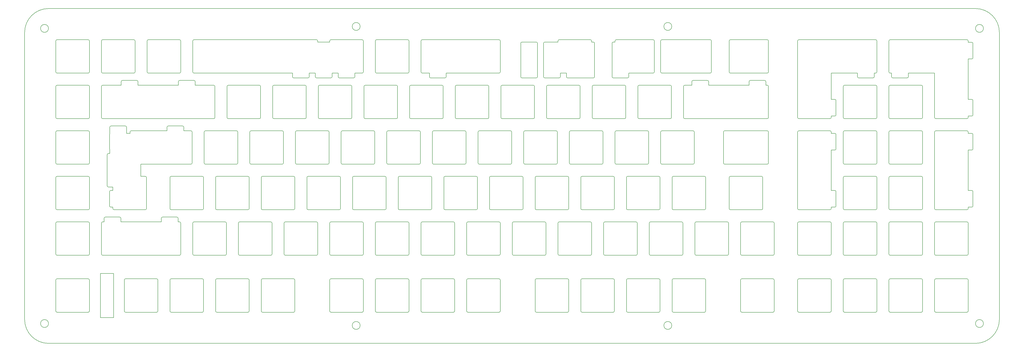
<source format=gbr>
G04 #@! TF.GenerationSoftware,KiCad,Pcbnew,(5.1.4)-1*
G04 #@! TF.CreationDate,2020-02-20T20:20:43+08:00*
G04 #@! TF.ProjectId,FR4_Plate,4652345f-506c-4617-9465-2e6b69636164,rev?*
G04 #@! TF.SameCoordinates,Original*
G04 #@! TF.FileFunction,Profile,NP*
%FSLAX46Y46*%
G04 Gerber Fmt 4.6, Leading zero omitted, Abs format (unit mm)*
G04 Created by KiCad (PCBNEW (5.1.4)-1) date 2020-02-20 20:20:43*
%MOMM*%
%LPD*%
G04 APERTURE LIST*
%ADD10C,0.200000*%
G04 APERTURE END LIST*
D10*
X7000000Y60825499D02*
X7000000Y43949500D01*
X7000000Y36949500D02*
X7000000Y36362500D01*
X7000000Y43949500D02*
X8500000Y43949500D01*
X9000000Y43449500D02*
X8999999Y37449499D01*
X-6500000Y35862500D02*
G75*
G02X-7000000Y36362500I0J500000D01*
G01*
X7000000Y36362500D02*
G75*
G02X6500001Y35862500I-499999J-1D01*
G01*
X6500001Y35862500D02*
X-6500000Y35862500D01*
X-7000000Y36362500D02*
X-7000000Y68412500D01*
X8500000Y60825500D02*
X7000000Y60825499D01*
X8500001Y67825499D02*
G75*
G02X9000000Y67325500I0J-499999D01*
G01*
X-7000000Y68412500D02*
G75*
G02X-6500000Y68912500I500000J0D01*
G01*
X-6500000Y68912500D02*
X6500001Y68912499D01*
X8999999Y37449499D02*
G75*
G02X8500000Y36949500I-499999J0D01*
G01*
X9000000Y61325500D02*
G75*
G02X8500000Y60825500I-500000J0D01*
G01*
X6500001Y68912499D02*
G75*
G02X7000000Y68412500I0J-499999D01*
G01*
X7000000Y68412500D02*
X7000000Y67825500D01*
X7000000Y67825500D02*
X8500001Y67825499D01*
X8500000Y43949500D02*
G75*
G02X9000000Y43449500I0J-500000D01*
G01*
X9000000Y67325500D02*
X9000000Y61325500D01*
X8500000Y36949500D02*
X7000000Y36949500D01*
X-7000000Y74462500D02*
X-6999999Y93012499D01*
X-6499999Y73962499D02*
G75*
G02X-7000000Y74462500I0J500001D01*
G01*
X6500000Y73962500D02*
X-6499999Y73962499D01*
X7000000Y75049500D02*
X7000000Y74462502D01*
X7000000Y74462502D02*
G75*
G02X6500000Y73962500I-500001J-1D01*
G01*
X-26050000Y93512500D02*
X-26050000Y106512499D01*
X-25549999Y93012499D02*
G75*
G02X-26050000Y93512500I0J500001D01*
G01*
X-24962999Y93012499D02*
X-25549999Y93012499D01*
X7000000Y106512499D02*
X7000000Y105925500D01*
X-25549999Y107012500D02*
X6499999Y107012500D01*
X-26050000Y106512499D02*
G75*
G02X-25549999Y107012500I500001J0D01*
G01*
X6499999Y107012500D02*
G75*
G02X7000000Y106512499I0J-500001D01*
G01*
X-64150000Y74462500D02*
X-64150000Y106512499D01*
X-63649999Y73962499D02*
G75*
G02X-64150000Y74462500I0J500001D01*
G01*
X-50650000Y73962500D02*
X-63649999Y73962499D01*
X-31100000Y106512499D02*
X-31100000Y93512500D01*
X-63649999Y107012500D02*
X-31600001Y107012500D01*
X-50150000Y74462502D02*
G75*
G02X-50650000Y73962500I-500001J-1D01*
G01*
X-64150000Y106512499D02*
G75*
G02X-63649999Y107012500I500001J0D01*
G01*
X-31600001Y107012500D02*
G75*
G02X-31100000Y106512499I0J-500001D01*
G01*
X-111775000Y74462500D02*
X-111775000Y87462499D01*
X-111274999Y73962499D02*
G75*
G02X-111775000Y74462500I0J500001D01*
G01*
X-76843750Y73962500D02*
X-111274999Y73962499D01*
X-76343750Y87462499D02*
X-76343750Y74462502D01*
X-111274999Y87962500D02*
X-108306750Y87962500D01*
X-76343750Y74462502D02*
G75*
G02X-76843750Y73962500I-500001J-1D01*
G01*
X-111775000Y87462499D02*
G75*
G02X-111274999Y87962500I500001J0D01*
G01*
X-76843751Y87962500D02*
G75*
G02X-76343750Y87462499I0J-500001D01*
G01*
X-140350000Y106012500D02*
X-140350000Y106512499D01*
X-124468750Y93012500D02*
X-134612500Y93012499D01*
X-123968750Y106512499D02*
X-123968750Y93512502D01*
X-139849999Y107012500D02*
X-124468751Y107012500D01*
X-123968750Y93512502D02*
G75*
G02X-124468750Y93012500I-500001J-1D01*
G01*
X-140350000Y106512499D02*
G75*
G02X-139849999Y107012500I500001J0D01*
G01*
X-124468751Y107012500D02*
G75*
G02X-123968750Y106512499I0J-500001D01*
G01*
X-150162500Y106512499D02*
X-150162500Y106012500D01*
X-170187499Y105512499D02*
G75*
G02X-169687500Y106012500I500000J1D01*
G01*
X-169687500Y91012500D02*
G75*
G02X-170187500Y91512499I0J500000D01*
G01*
X-170187500Y91512499D02*
X-170187499Y105512499D01*
X-164162500Y106012500D02*
X-164162500Y106512499D01*
X-163662499Y107012500D02*
X-150662501Y107012500D01*
X-164162500Y106512499D02*
G75*
G02X-163662499Y107012500I500001J0D01*
G01*
X-150662501Y107012500D02*
G75*
G02X-150162500Y106512499I0J-500001D01*
G01*
X-221312500Y93512500D02*
X-221312500Y106512499D01*
X-220812499Y93012499D02*
G75*
G02X-221312500Y93512500I0J500001D01*
G01*
X-188762500Y93012500D02*
X-210812500Y93012499D01*
X-188262500Y106512499D02*
X-188262500Y93512502D01*
X-220812499Y107012500D02*
X-188762501Y107012500D01*
X-188262500Y93512502D02*
G75*
G02X-188762500Y93012500I-500001J-1D01*
G01*
X-221312500Y106512499D02*
G75*
G02X-220812499Y107012500I500001J0D01*
G01*
X-188762501Y107012500D02*
G75*
G02X-188262500Y106512499I0J-500001D01*
G01*
X-354662500Y74462500D02*
X-354662500Y87462499D01*
X-354162499Y73962499D02*
G75*
G02X-354662500Y74462500I0J500001D01*
G01*
X-307825000Y73962500D02*
X-354162499Y73962499D01*
X-307325000Y87462499D02*
X-307325000Y74462502D01*
X-354162499Y87962500D02*
X-346431749Y87962500D01*
X-307325000Y74462502D02*
G75*
G02X-307825000Y73962500I-500001J-1D01*
G01*
X-354662500Y87462499D02*
G75*
G02X-354162499Y87962500I500001J0D01*
G01*
X-307825001Y87962500D02*
G75*
G02X-307325000Y87462499I0J-500001D01*
G01*
X-130825000Y74462500D02*
X-130825000Y87462499D01*
X-130324999Y73962499D02*
G75*
G02X-130825000Y74462500I0J500001D01*
G01*
X-117325000Y73962500D02*
X-130324999Y73962499D01*
X-116825000Y87462499D02*
X-116825000Y74462502D01*
X-130324999Y87962500D02*
X-117325001Y87962500D01*
X-116825000Y74462502D02*
G75*
G02X-117325000Y73962500I-500001J-1D01*
G01*
X-130825000Y87462499D02*
G75*
G02X-130324999Y87962500I500001J0D01*
G01*
X-117325001Y87962500D02*
G75*
G02X-116825000Y87462499I0J-500001D01*
G01*
X-149875000Y74462500D02*
X-149875000Y87462499D01*
X-149374999Y73962499D02*
G75*
G02X-149875000Y74462500I0J500001D01*
G01*
X-136375000Y73962500D02*
X-149374999Y73962499D01*
X-135875000Y87462499D02*
X-135875000Y74462502D01*
X-149374999Y87962500D02*
X-136375001Y87962500D01*
X-135875000Y74462502D02*
G75*
G02X-136375000Y73962500I-500001J-1D01*
G01*
X-149875000Y87462499D02*
G75*
G02X-149374999Y87962500I500001J0D01*
G01*
X-136375001Y87962500D02*
G75*
G02X-135875000Y87462499I0J-500001D01*
G01*
X-168925000Y74462500D02*
X-168925000Y87462499D01*
X-168424999Y73962499D02*
G75*
G02X-168925000Y74462500I0J500001D01*
G01*
X-155425000Y73962500D02*
X-168424999Y73962499D01*
X-154925000Y87462499D02*
X-154925000Y74462502D01*
X-168424999Y87962500D02*
X-155425001Y87962500D01*
X-154925000Y74462502D02*
G75*
G02X-155425000Y73962500I-500001J-1D01*
G01*
X-168925000Y87462499D02*
G75*
G02X-168424999Y87962500I500001J0D01*
G01*
X-155425001Y87962500D02*
G75*
G02X-154925000Y87462499I0J-500001D01*
G01*
X-187975000Y74462500D02*
X-187975000Y87462499D01*
X-187474999Y73962499D02*
G75*
G02X-187975000Y74462500I0J500001D01*
G01*
X-174475000Y73962500D02*
X-187474999Y73962499D01*
X-173975000Y87462499D02*
X-173975000Y74462502D01*
X-187474999Y87962500D02*
X-174475001Y87962500D01*
X-173975000Y74462502D02*
G75*
G02X-174475000Y73962500I-500001J-1D01*
G01*
X-187975000Y87462499D02*
G75*
G02X-187474999Y87962500I500001J0D01*
G01*
X-174475001Y87962500D02*
G75*
G02X-173975000Y87462499I0J-500001D01*
G01*
X-207025000Y74462500D02*
X-207025000Y87462499D01*
X-206524999Y73962499D02*
G75*
G02X-207025000Y74462500I0J500001D01*
G01*
X-193525000Y73962500D02*
X-206524999Y73962499D01*
X-193025000Y87462499D02*
X-193025000Y74462502D01*
X-206524999Y87962500D02*
X-193525001Y87962500D01*
X-193025000Y74462502D02*
G75*
G02X-193525000Y73962500I-500001J-1D01*
G01*
X-207025000Y87462499D02*
G75*
G02X-206524999Y87962500I500001J0D01*
G01*
X-193525001Y87962500D02*
G75*
G02X-193025000Y87462499I0J-500001D01*
G01*
X-226075000Y74462500D02*
X-226075000Y87462499D01*
X-225574999Y73962499D02*
G75*
G02X-226075000Y74462500I0J500001D01*
G01*
X-212575000Y73962500D02*
X-225574999Y73962499D01*
X-212075000Y87462499D02*
X-212075000Y74462502D01*
X-225574999Y87962500D02*
X-212575001Y87962500D01*
X-212075000Y74462502D02*
G75*
G02X-212575000Y73962500I-500001J-1D01*
G01*
X-226075000Y87462499D02*
G75*
G02X-225574999Y87962500I500001J0D01*
G01*
X-212575001Y87962500D02*
G75*
G02X-212075000Y87462499I0J-500001D01*
G01*
X-245125000Y74462500D02*
X-245125000Y87462499D01*
X-244624999Y73962499D02*
G75*
G02X-245125000Y74462500I0J500001D01*
G01*
X-231625000Y73962500D02*
X-244624999Y73962499D01*
X-231125000Y87462499D02*
X-231125000Y74462502D01*
X-244624999Y87962500D02*
X-231625001Y87962500D01*
X-231125000Y74462502D02*
G75*
G02X-231625000Y73962500I-500001J-1D01*
G01*
X-245125000Y87462499D02*
G75*
G02X-244624999Y87962500I500001J0D01*
G01*
X-231625001Y87962500D02*
G75*
G02X-231125000Y87462499I0J-500001D01*
G01*
X-264175000Y74462500D02*
X-264175000Y87462499D01*
X-263674999Y73962499D02*
G75*
G02X-264175000Y74462500I0J500001D01*
G01*
X-250675000Y73962500D02*
X-263674999Y73962499D01*
X-250175000Y87462499D02*
X-250175000Y74462502D01*
X-263674999Y87962500D02*
X-250675001Y87962500D01*
X-250175000Y74462502D02*
G75*
G02X-250675000Y73962500I-500001J-1D01*
G01*
X-264175000Y87462499D02*
G75*
G02X-263674999Y87962500I500001J0D01*
G01*
X-250675001Y87962500D02*
G75*
G02X-250175000Y87462499I0J-500001D01*
G01*
X-283225000Y74462500D02*
X-283225000Y87462499D01*
X-282724999Y73962499D02*
G75*
G02X-283225000Y74462500I0J500001D01*
G01*
X-269725000Y73962500D02*
X-282724999Y73962499D01*
X-269225000Y87462499D02*
X-269225000Y74462502D01*
X-282724999Y87962500D02*
X-269725001Y87962500D01*
X-269225000Y74462502D02*
G75*
G02X-269725000Y73962500I-500001J-1D01*
G01*
X-283225000Y87462499D02*
G75*
G02X-282724999Y87962500I500001J0D01*
G01*
X-269725001Y87962500D02*
G75*
G02X-269225000Y87462499I0J-500001D01*
G01*
X-302275000Y74462500D02*
X-302275000Y87462499D01*
X-301774999Y73962499D02*
G75*
G02X-302275000Y74462500I0J500001D01*
G01*
X-288775000Y73962500D02*
X-301774999Y73962499D01*
X-288275000Y87462499D02*
X-288275000Y74462502D01*
X-301774999Y87962500D02*
X-288775001Y87962500D01*
X-288275000Y74462502D02*
G75*
G02X-288775000Y73962500I-500001J-1D01*
G01*
X-302275000Y87462499D02*
G75*
G02X-301774999Y87962500I500001J0D01*
G01*
X-288775001Y87962500D02*
G75*
G02X-288275000Y87462499I0J-500001D01*
G01*
X-311800000Y55412500D02*
X-311800000Y68412499D01*
X-311299999Y54912499D02*
G75*
G02X-311800000Y55412500I0J500001D01*
G01*
X-298300000Y54912500D02*
X-311299999Y54912499D01*
X-297800000Y68412499D02*
X-297800000Y55412502D01*
X-311299999Y68912500D02*
X-298300001Y68912500D01*
X-297800000Y55412502D02*
G75*
G02X-298300000Y54912500I-500001J-1D01*
G01*
X-311800000Y68412499D02*
G75*
G02X-311299999Y68912500I500001J0D01*
G01*
X-298300001Y68912500D02*
G75*
G02X-297800000Y68412499I0J-500001D01*
G01*
X-292750000Y55412500D02*
X-292750000Y68412499D01*
X-292249999Y54912499D02*
G75*
G02X-292750000Y55412500I0J500001D01*
G01*
X-279250000Y54912500D02*
X-292249999Y54912499D01*
X-278750000Y68412499D02*
X-278750000Y55412502D01*
X-292249999Y68912500D02*
X-279250001Y68912500D01*
X-278750000Y55412502D02*
G75*
G02X-279250000Y54912500I-500001J-1D01*
G01*
X-292750000Y68412499D02*
G75*
G02X-292249999Y68912500I500001J0D01*
G01*
X-279250001Y68912500D02*
G75*
G02X-278750000Y68412499I0J-500001D01*
G01*
X-273700000Y55412500D02*
X-273700000Y68412499D01*
X-273199999Y54912499D02*
G75*
G02X-273700000Y55412500I0J500001D01*
G01*
X-260200000Y54912500D02*
X-273199999Y54912499D01*
X-259700000Y68412499D02*
X-259700000Y55412502D01*
X-273199999Y68912500D02*
X-260200001Y68912500D01*
X-259700000Y55412502D02*
G75*
G02X-260200000Y54912500I-500001J-1D01*
G01*
X-273700000Y68412499D02*
G75*
G02X-273199999Y68912500I500001J0D01*
G01*
X-260200001Y68912500D02*
G75*
G02X-259700000Y68412499I0J-500001D01*
G01*
X-254650000Y55412500D02*
X-254650000Y68412499D01*
X-254149999Y54912499D02*
G75*
G02X-254650000Y55412500I0J500001D01*
G01*
X-241150000Y54912500D02*
X-254149999Y54912499D01*
X-240650000Y68412499D02*
X-240650000Y55412502D01*
X-254149999Y68912500D02*
X-241150001Y68912500D01*
X-240650000Y55412502D02*
G75*
G02X-241150000Y54912500I-500001J-1D01*
G01*
X-254650000Y68412499D02*
G75*
G02X-254149999Y68912500I500001J0D01*
G01*
X-241150001Y68912500D02*
G75*
G02X-240650000Y68412499I0J-500001D01*
G01*
X-235600000Y55412500D02*
X-235600000Y68412499D01*
X-235099999Y54912499D02*
G75*
G02X-235600000Y55412500I0J500001D01*
G01*
X-222100000Y54912500D02*
X-235099999Y54912499D01*
X-221600000Y68412499D02*
X-221600000Y55412502D01*
X-235099999Y68912500D02*
X-222100001Y68912500D01*
X-221600000Y55412502D02*
G75*
G02X-222100000Y54912500I-500001J-1D01*
G01*
X-235600000Y68412499D02*
G75*
G02X-235099999Y68912500I500001J0D01*
G01*
X-222100001Y68912500D02*
G75*
G02X-221600000Y68412499I0J-500001D01*
G01*
X-216550000Y55412500D02*
X-216550000Y68412499D01*
X-216049999Y54912499D02*
G75*
G02X-216550000Y55412500I0J500001D01*
G01*
X-203050000Y54912500D02*
X-216049999Y54912499D01*
X-202550000Y68412499D02*
X-202550000Y55412502D01*
X-216049999Y68912500D02*
X-203050001Y68912500D01*
X-202550000Y55412502D02*
G75*
G02X-203050000Y54912500I-500001J-1D01*
G01*
X-216550000Y68412499D02*
G75*
G02X-216049999Y68912500I500001J0D01*
G01*
X-203050001Y68912500D02*
G75*
G02X-202550000Y68412499I0J-500001D01*
G01*
X-197500000Y55412500D02*
X-197500000Y68412499D01*
X-196999999Y54912499D02*
G75*
G02X-197500000Y55412500I0J500001D01*
G01*
X-184000000Y54912500D02*
X-196999999Y54912499D01*
X-183500000Y68412499D02*
X-183500000Y55412502D01*
X-196999999Y68912500D02*
X-184000001Y68912500D01*
X-183500000Y55412502D02*
G75*
G02X-184000000Y54912500I-500001J-1D01*
G01*
X-197500000Y68412499D02*
G75*
G02X-196999999Y68912500I500001J0D01*
G01*
X-184000001Y68912500D02*
G75*
G02X-183500000Y68412499I0J-500001D01*
G01*
X-178450000Y55412500D02*
X-178450000Y68412499D01*
X-177949999Y54912499D02*
G75*
G02X-178450000Y55412500I0J500001D01*
G01*
X-164950000Y54912500D02*
X-177949999Y54912499D01*
X-164450000Y68412499D02*
X-164450000Y55412502D01*
X-177949999Y68912500D02*
X-164950001Y68912500D01*
X-164450000Y55412502D02*
G75*
G02X-164950000Y54912500I-500001J-1D01*
G01*
X-178450000Y68412499D02*
G75*
G02X-177949999Y68912500I500001J0D01*
G01*
X-164950001Y68912500D02*
G75*
G02X-164450000Y68412499I0J-500001D01*
G01*
X-159400000Y55412500D02*
X-159400000Y68412499D01*
X-158899999Y54912499D02*
G75*
G02X-159400000Y55412500I0J500001D01*
G01*
X-145900000Y54912500D02*
X-158899999Y54912499D01*
X-145400000Y68412499D02*
X-145400000Y55412502D01*
X-158899999Y68912500D02*
X-145900001Y68912500D01*
X-145400000Y55412502D02*
G75*
G02X-145900000Y54912500I-500001J-1D01*
G01*
X-159400000Y68412499D02*
G75*
G02X-158899999Y68912500I500001J0D01*
G01*
X-145900001Y68912500D02*
G75*
G02X-145400000Y68412499I0J-500001D01*
G01*
X-140350000Y55412500D02*
X-140350000Y68412499D01*
X-139849999Y54912499D02*
G75*
G02X-140350000Y55412500I0J500001D01*
G01*
X-126850000Y54912500D02*
X-139849999Y54912499D01*
X-126350000Y68412499D02*
X-126350000Y55412502D01*
X-139849999Y68912500D02*
X-126850001Y68912500D01*
X-126350000Y55412502D02*
G75*
G02X-126850000Y54912500I-500001J-1D01*
G01*
X-140350000Y68412499D02*
G75*
G02X-139849999Y68912500I500001J0D01*
G01*
X-126850001Y68912500D02*
G75*
G02X-126350000Y68412499I0J-500001D01*
G01*
X-121300000Y55412500D02*
X-121300000Y68412499D01*
X-120799999Y54912499D02*
G75*
G02X-121300000Y55412500I0J500001D01*
G01*
X-107800000Y54912500D02*
X-120799999Y54912499D01*
X-107300000Y68412499D02*
X-107300000Y55412502D01*
X-120799999Y68912500D02*
X-107800001Y68912500D01*
X-107300000Y55412502D02*
G75*
G02X-107800000Y54912500I-500001J-1D01*
G01*
X-121300000Y68412499D02*
G75*
G02X-120799999Y68912500I500001J0D01*
G01*
X-107800001Y68912500D02*
G75*
G02X-107300000Y68412499I0J-500001D01*
G01*
X-95106250Y55412500D02*
X-95106250Y68412499D01*
X-94606249Y54912499D02*
G75*
G02X-95106250Y55412500I0J500001D01*
G01*
X-76843750Y54912500D02*
X-94606249Y54912499D01*
X-76343750Y68412499D02*
X-76343750Y55412502D01*
X-94606249Y68912500D02*
X-76843751Y68912500D01*
X-76343750Y55412502D02*
G75*
G02X-76843750Y54912500I-500001J-1D01*
G01*
X-95106250Y68412499D02*
G75*
G02X-94606249Y68912500I500001J0D01*
G01*
X-76843751Y68912500D02*
G75*
G02X-76343750Y68412499I0J-500001D01*
G01*
X-92725000Y36362500D02*
X-92725000Y49362499D01*
X-92224999Y35862499D02*
G75*
G02X-92725000Y36362500I0J500001D01*
G01*
X-79225000Y35862500D02*
X-92224999Y35862499D01*
X-78725000Y49362499D02*
X-78725000Y36362502D01*
X-92224999Y49862500D02*
X-79225001Y49862500D01*
X-78725000Y36362502D02*
G75*
G02X-79225000Y35862500I-500001J-1D01*
G01*
X-92725000Y49362499D02*
G75*
G02X-92224999Y49862500I500001J0D01*
G01*
X-79225001Y49862500D02*
G75*
G02X-78725000Y49362499I0J-500001D01*
G01*
X-116537500Y36362500D02*
X-116537500Y49362499D01*
X-116037499Y35862499D02*
G75*
G02X-116537500Y36362500I0J500001D01*
G01*
X-103037500Y35862500D02*
X-116037499Y35862499D01*
X-102537500Y49362499D02*
X-102537500Y36362502D01*
X-116037499Y49862500D02*
X-103037501Y49862500D01*
X-102537500Y36362502D02*
G75*
G02X-103037500Y35862500I-500001J-1D01*
G01*
X-116537500Y49362499D02*
G75*
G02X-116037499Y49862500I500001J0D01*
G01*
X-103037501Y49862500D02*
G75*
G02X-102537500Y49362499I0J-500001D01*
G01*
X-135587500Y36362500D02*
X-135587500Y49362499D01*
X-135087499Y35862499D02*
G75*
G02X-135587500Y36362500I0J500001D01*
G01*
X-122087500Y35862500D02*
X-135087499Y35862499D01*
X-121587500Y49362499D02*
X-121587500Y36362502D01*
X-135087499Y49862500D02*
X-122087501Y49862500D01*
X-121587500Y36362502D02*
G75*
G02X-122087500Y35862500I-500001J-1D01*
G01*
X-135587500Y49362499D02*
G75*
G02X-135087499Y49862500I500001J0D01*
G01*
X-122087501Y49862500D02*
G75*
G02X-121587500Y49362499I0J-500001D01*
G01*
X-154637500Y36362500D02*
X-154637500Y49362499D01*
X-154137499Y35862499D02*
G75*
G02X-154637500Y36362500I0J500001D01*
G01*
X-141137500Y35862500D02*
X-154137499Y35862499D01*
X-140637500Y49362499D02*
X-140637500Y36362502D01*
X-154137499Y49862500D02*
X-141137501Y49862500D01*
X-140637500Y36362502D02*
G75*
G02X-141137500Y35862500I-500001J-1D01*
G01*
X-154637500Y49362499D02*
G75*
G02X-154137499Y49862500I500001J0D01*
G01*
X-141137501Y49862500D02*
G75*
G02X-140637500Y49362499I0J-500001D01*
G01*
X-173687500Y36362500D02*
X-173687500Y49362499D01*
X-173187499Y35862499D02*
G75*
G02X-173687500Y36362500I0J500001D01*
G01*
X-160187500Y35862500D02*
X-173187499Y35862499D01*
X-159687500Y49362499D02*
X-159687500Y36362502D01*
X-173187499Y49862500D02*
X-160187501Y49862500D01*
X-159687500Y36362502D02*
G75*
G02X-160187500Y35862500I-500001J-1D01*
G01*
X-173687500Y49362499D02*
G75*
G02X-173187499Y49862500I500001J0D01*
G01*
X-160187501Y49862500D02*
G75*
G02X-159687500Y49362499I0J-500001D01*
G01*
X-192737500Y36362500D02*
X-192737500Y49362499D01*
X-192237499Y35862499D02*
G75*
G02X-192737500Y36362500I0J500001D01*
G01*
X-179237500Y35862500D02*
X-192237499Y35862499D01*
X-178737500Y49362499D02*
X-178737500Y36362502D01*
X-192237499Y49862500D02*
X-179237501Y49862500D01*
X-178737500Y36362502D02*
G75*
G02X-179237500Y35862500I-500001J-1D01*
G01*
X-192737500Y49362499D02*
G75*
G02X-192237499Y49862500I500001J0D01*
G01*
X-179237501Y49862500D02*
G75*
G02X-178737500Y49362499I0J-500001D01*
G01*
X-211787500Y36362500D02*
X-211787500Y49362499D01*
X-211287499Y35862499D02*
G75*
G02X-211787500Y36362500I0J500001D01*
G01*
X-198287500Y35862500D02*
X-211287499Y35862499D01*
X-197787500Y49362499D02*
X-197787500Y36362502D01*
X-211287499Y49862500D02*
X-198287501Y49862500D01*
X-197787500Y36362502D02*
G75*
G02X-198287500Y35862500I-500001J-1D01*
G01*
X-211787500Y49362499D02*
G75*
G02X-211287499Y49862500I500001J0D01*
G01*
X-198287501Y49862500D02*
G75*
G02X-197787500Y49362499I0J-500001D01*
G01*
X-230837500Y36362500D02*
X-230837500Y49362499D01*
X-230337499Y35862499D02*
G75*
G02X-230837500Y36362500I0J500001D01*
G01*
X-217337500Y35862500D02*
X-230337499Y35862499D01*
X-216837500Y49362499D02*
X-216837500Y36362502D01*
X-230337499Y49862500D02*
X-217337501Y49862500D01*
X-216837500Y36362502D02*
G75*
G02X-217337500Y35862500I-500001J-1D01*
G01*
X-230837500Y49362499D02*
G75*
G02X-230337499Y49862500I500001J0D01*
G01*
X-217337501Y49862500D02*
G75*
G02X-216837500Y49362499I0J-500001D01*
G01*
X-249887500Y36362500D02*
X-249887500Y49362499D01*
X-249387499Y35862499D02*
G75*
G02X-249887500Y36362500I0J500001D01*
G01*
X-236387500Y35862500D02*
X-249387499Y35862499D01*
X-235887500Y49362499D02*
X-235887500Y36362502D01*
X-249387499Y49862500D02*
X-236387501Y49862500D01*
X-235887500Y36362502D02*
G75*
G02X-236387500Y35862500I-500001J-1D01*
G01*
X-249887500Y49362499D02*
G75*
G02X-249387499Y49862500I500001J0D01*
G01*
X-236387501Y49862500D02*
G75*
G02X-235887500Y49362499I0J-500001D01*
G01*
X-268937500Y36362500D02*
X-268937500Y49362499D01*
X-268437499Y35862499D02*
G75*
G02X-268937500Y36362500I0J500001D01*
G01*
X-255437500Y35862500D02*
X-268437499Y35862499D01*
X-254937500Y49362499D02*
X-254937500Y36362502D01*
X-268437499Y49862500D02*
X-255437501Y49862500D01*
X-254937500Y36362502D02*
G75*
G02X-255437500Y35862500I-500001J-1D01*
G01*
X-268937500Y49362499D02*
G75*
G02X-268437499Y49862500I500001J0D01*
G01*
X-255437501Y49862500D02*
G75*
G02X-254937500Y49362499I0J-500001D01*
G01*
X-287987500Y36362500D02*
X-287987500Y49362499D01*
X-287487499Y35862499D02*
G75*
G02X-287987500Y36362500I0J500001D01*
G01*
X-274487500Y35862500D02*
X-287487499Y35862499D01*
X-273987500Y49362499D02*
X-273987500Y36362502D01*
X-287487499Y49862500D02*
X-274487501Y49862500D01*
X-273987500Y36362502D02*
G75*
G02X-274487500Y35862500I-500001J-1D01*
G01*
X-287987500Y49362499D02*
G75*
G02X-287487499Y49862500I500001J0D01*
G01*
X-274487501Y49862500D02*
G75*
G02X-273987500Y49362499I0J-500001D01*
G01*
X-307037500Y36362500D02*
X-307037500Y49362499D01*
X-306537499Y35862499D02*
G75*
G02X-307037500Y36362500I0J500001D01*
G01*
X-293537500Y35862500D02*
X-306537499Y35862499D01*
X-293037500Y49362499D02*
X-293037500Y36362502D01*
X-306537499Y49862500D02*
X-293537501Y49862500D01*
X-293037500Y36362502D02*
G75*
G02X-293537500Y35862500I-500001J-1D01*
G01*
X-307037500Y49362499D02*
G75*
G02X-306537499Y49862500I500001J0D01*
G01*
X-293537501Y49862500D02*
G75*
G02X-293037500Y49362499I0J-500001D01*
G01*
X-326087500Y36362500D02*
X-326087500Y49362499D01*
X-325587499Y35862499D02*
G75*
G02X-326087500Y36362500I0J500001D01*
G01*
X-312587500Y35862500D02*
X-325587499Y35862499D01*
X-312087500Y49362499D02*
X-312087500Y36362502D01*
X-325587499Y49862500D02*
X-312587501Y49862500D01*
X-312087500Y36362502D02*
G75*
G02X-312587500Y35862500I-500001J-1D01*
G01*
X-326087500Y49362499D02*
G75*
G02X-325587499Y49862500I500001J0D01*
G01*
X-312587501Y49862500D02*
G75*
G02X-312087500Y49362499I0J-500001D01*
G01*
X-316562500Y17312500D02*
X-316562500Y30312499D01*
X-316062499Y16812499D02*
G75*
G02X-316562500Y17312500I0J500001D01*
G01*
X-303062500Y16812500D02*
X-316062499Y16812499D01*
X-302562500Y30312499D02*
X-302562500Y17312502D01*
X-316062499Y30812500D02*
X-303062501Y30812500D01*
X-302562500Y17312502D02*
G75*
G02X-303062500Y16812500I-500001J-1D01*
G01*
X-316562500Y30312499D02*
G75*
G02X-316062499Y30812500I500001J0D01*
G01*
X-303062501Y30812500D02*
G75*
G02X-302562500Y30312499I0J-500001D01*
G01*
X-297512500Y17312500D02*
X-297512500Y30312499D01*
X-297012499Y16812499D02*
G75*
G02X-297512500Y17312500I0J500001D01*
G01*
X-284012500Y16812500D02*
X-297012499Y16812499D01*
X-283512500Y30312499D02*
X-283512500Y17312502D01*
X-297012499Y30812500D02*
X-284012501Y30812500D01*
X-283512500Y17312502D02*
G75*
G02X-284012500Y16812500I-500001J-1D01*
G01*
X-297512500Y30312499D02*
G75*
G02X-297012499Y30812500I500001J0D01*
G01*
X-284012501Y30812500D02*
G75*
G02X-283512500Y30312499I0J-500001D01*
G01*
X-278462500Y17312500D02*
X-278462500Y30312499D01*
X-277962499Y16812499D02*
G75*
G02X-278462500Y17312500I0J500001D01*
G01*
X-264962500Y16812500D02*
X-277962499Y16812499D01*
X-264462500Y30312499D02*
X-264462500Y17312502D01*
X-277962499Y30812500D02*
X-264962501Y30812500D01*
X-264462500Y17312502D02*
G75*
G02X-264962500Y16812500I-500001J-1D01*
G01*
X-278462500Y30312499D02*
G75*
G02X-277962499Y30812500I500001J0D01*
G01*
X-264962501Y30812500D02*
G75*
G02X-264462500Y30312499I0J-500001D01*
G01*
X-259412500Y17312500D02*
X-259412500Y30312499D01*
X-258912499Y16812499D02*
G75*
G02X-259412500Y17312500I0J500001D01*
G01*
X-245912500Y16812500D02*
X-258912499Y16812499D01*
X-245412500Y30312499D02*
X-245412500Y17312502D01*
X-258912499Y30812500D02*
X-245912501Y30812500D01*
X-245412500Y17312502D02*
G75*
G02X-245912500Y16812500I-500001J-1D01*
G01*
X-259412500Y30312499D02*
G75*
G02X-258912499Y30812500I500001J0D01*
G01*
X-245912501Y30812500D02*
G75*
G02X-245412500Y30312499I0J-500001D01*
G01*
X-240362500Y17312500D02*
X-240362500Y30312499D01*
X-239862499Y16812499D02*
G75*
G02X-240362500Y17312500I0J500001D01*
G01*
X-226862500Y16812500D02*
X-239862499Y16812499D01*
X-226362500Y30312499D02*
X-226362500Y17312502D01*
X-239862499Y30812500D02*
X-226862501Y30812500D01*
X-226362500Y17312502D02*
G75*
G02X-226862500Y16812500I-500001J-1D01*
G01*
X-240362500Y30312499D02*
G75*
G02X-239862499Y30812500I500001J0D01*
G01*
X-226862501Y30812500D02*
G75*
G02X-226362500Y30312499I0J-500001D01*
G01*
X-221312500Y17312500D02*
X-221312500Y30312499D01*
X-220812499Y16812499D02*
G75*
G02X-221312500Y17312500I0J500001D01*
G01*
X-207812500Y16812500D02*
X-220812499Y16812499D01*
X-207312500Y30312499D02*
X-207312500Y17312502D01*
X-220812499Y30812500D02*
X-207812501Y30812500D01*
X-207312500Y17312502D02*
G75*
G02X-207812500Y16812500I-500001J-1D01*
G01*
X-221312500Y30312499D02*
G75*
G02X-220812499Y30812500I500001J0D01*
G01*
X-207812501Y30812500D02*
G75*
G02X-207312500Y30312499I0J-500001D01*
G01*
X-202262500Y17312500D02*
X-202262500Y30312499D01*
X-201762499Y16812499D02*
G75*
G02X-202262500Y17312500I0J500001D01*
G01*
X-188762500Y16812500D02*
X-201762499Y16812499D01*
X-188262500Y30312499D02*
X-188262500Y17312502D01*
X-201762499Y30812500D02*
X-188762501Y30812500D01*
X-188262500Y17312502D02*
G75*
G02X-188762500Y16812500I-500001J-1D01*
G01*
X-202262500Y30312499D02*
G75*
G02X-201762499Y30812500I500001J0D01*
G01*
X-188762501Y30812500D02*
G75*
G02X-188262500Y30312499I0J-500001D01*
G01*
X-183212500Y17312500D02*
X-183212500Y30312499D01*
X-182712499Y16812499D02*
G75*
G02X-183212500Y17312500I0J500001D01*
G01*
X-169712500Y16812500D02*
X-182712499Y16812499D01*
X-169212500Y30312499D02*
X-169212500Y17312502D01*
X-182712499Y30812500D02*
X-169712501Y30812500D01*
X-169212500Y17312502D02*
G75*
G02X-169712500Y16812500I-500001J-1D01*
G01*
X-183212500Y30312499D02*
G75*
G02X-182712499Y30812500I500001J0D01*
G01*
X-169712501Y30812500D02*
G75*
G02X-169212500Y30312499I0J-500001D01*
G01*
X-164162500Y17312500D02*
X-164162500Y30312499D01*
X-163662499Y16812499D02*
G75*
G02X-164162500Y17312500I0J500001D01*
G01*
X-150662500Y16812500D02*
X-163662499Y16812499D01*
X-150162500Y30312499D02*
X-150162500Y17312502D01*
X-163662499Y30812500D02*
X-150662501Y30812500D01*
X-150162500Y17312502D02*
G75*
G02X-150662500Y16812500I-500001J-1D01*
G01*
X-164162500Y30312499D02*
G75*
G02X-163662499Y30812500I500001J0D01*
G01*
X-150662501Y30812500D02*
G75*
G02X-150162500Y30312499I0J-500001D01*
G01*
X-145112500Y17312500D02*
X-145112500Y30312499D01*
X-144612499Y16812499D02*
G75*
G02X-145112500Y17312500I0J500001D01*
G01*
X-131612500Y16812500D02*
X-144612499Y16812499D01*
X-131112500Y30312499D02*
X-131112500Y17312502D01*
X-144612499Y30812500D02*
X-131612501Y30812500D01*
X-131112500Y17312502D02*
G75*
G02X-131612500Y16812500I-500001J-1D01*
G01*
X-145112500Y30312499D02*
G75*
G02X-144612499Y30812500I500001J0D01*
G01*
X-131612501Y30812500D02*
G75*
G02X-131112500Y30312499I0J-500001D01*
G01*
X-126062500Y17312500D02*
X-126062500Y30312499D01*
X-125562499Y16812499D02*
G75*
G02X-126062500Y17312500I0J500001D01*
G01*
X-112562500Y16812500D02*
X-125562499Y16812499D01*
X-112062500Y30312499D02*
X-112062500Y17312502D01*
X-125562499Y30812500D02*
X-112562501Y30812500D01*
X-112062500Y17312502D02*
G75*
G02X-112562500Y16812500I-500001J-1D01*
G01*
X-126062500Y30312499D02*
G75*
G02X-125562499Y30812500I500001J0D01*
G01*
X-112562501Y30812500D02*
G75*
G02X-112062500Y30312499I0J-500001D01*
G01*
X-107012500Y17312500D02*
X-107012500Y30312499D01*
X-106512499Y16812499D02*
G75*
G02X-107012500Y17312500I0J500001D01*
G01*
X-93512500Y16812500D02*
X-106512499Y16812499D01*
X-93012500Y30312499D02*
X-93012500Y17312502D01*
X-106512499Y30812500D02*
X-93512501Y30812500D01*
X-93012500Y17312502D02*
G75*
G02X-93512500Y16812500I-500001J-1D01*
G01*
X-107012500Y30312499D02*
G75*
G02X-106512499Y30812500I500001J0D01*
G01*
X-93512501Y30812500D02*
G75*
G02X-93012500Y30312499I0J-500001D01*
G01*
X-87962500Y17312500D02*
X-87962500Y30312499D01*
X-87462499Y16812499D02*
G75*
G02X-87962500Y17312500I0J500001D01*
G01*
X-74462500Y16812500D02*
X-87462499Y16812499D01*
X-73962500Y30312499D02*
X-73962500Y17312502D01*
X-87462499Y30812500D02*
X-74462501Y30812500D01*
X-73962500Y17312502D02*
G75*
G02X-74462500Y16812500I-500001J-1D01*
G01*
X-87962500Y30312499D02*
G75*
G02X-87462499Y30812500I500001J0D01*
G01*
X-74462501Y30812500D02*
G75*
G02X-73962500Y30312499I0J-500001D01*
G01*
X-64150000Y17312500D02*
X-64150000Y30312499D01*
X-63649999Y16812499D02*
G75*
G02X-64150000Y17312500I0J500001D01*
G01*
X-50650000Y16812500D02*
X-63649999Y16812499D01*
X-50150000Y30312499D02*
X-50150000Y17312502D01*
X-63649999Y30812500D02*
X-50650001Y30812500D01*
X-50150000Y17312502D02*
G75*
G02X-50650000Y16812500I-500001J-1D01*
G01*
X-64150000Y30312499D02*
G75*
G02X-63649999Y30812500I500001J0D01*
G01*
X-50650001Y30812500D02*
G75*
G02X-50150000Y30312499I0J-500001D01*
G01*
X-7000000Y17312500D02*
X-7000000Y30312499D01*
X-6499999Y16812499D02*
G75*
G02X-7000000Y17312500I0J500001D01*
G01*
X6500000Y16812500D02*
X-6499999Y16812499D01*
X7000000Y30312499D02*
X7000000Y17312502D01*
X-6499999Y30812500D02*
X6499999Y30812500D01*
X7000000Y17312502D02*
G75*
G02X6500000Y16812500I-500001J-1D01*
G01*
X-7000000Y30312499D02*
G75*
G02X-6499999Y30812500I500001J0D01*
G01*
X6499999Y30812500D02*
G75*
G02X7000000Y30312499I0J-500001D01*
G01*
X-45100000Y17312500D02*
X-45100000Y30312499D01*
X-44599999Y16812499D02*
G75*
G02X-45100000Y17312500I0J500001D01*
G01*
X-31600000Y16812500D02*
X-44599999Y16812499D01*
X-31100000Y30312499D02*
X-31100000Y17312502D01*
X-44599999Y30812500D02*
X-31600001Y30812500D01*
X-31100000Y17312502D02*
G75*
G02X-31600000Y16812500I-500001J-1D01*
G01*
X-45100000Y30312499D02*
G75*
G02X-44599999Y30812500I500001J0D01*
G01*
X-31600001Y30812500D02*
G75*
G02X-31100000Y30312499I0J-500001D01*
G01*
X-26050000Y17312500D02*
X-26050000Y30312499D01*
X-25549999Y16812499D02*
G75*
G02X-26050000Y17312500I0J500001D01*
G01*
X-12550000Y16812500D02*
X-25549999Y16812499D01*
X-12050000Y30312499D02*
X-12050000Y17312502D01*
X-25549999Y30812500D02*
X-12550001Y30812500D01*
X-12050000Y17312502D02*
G75*
G02X-12550000Y16812500I-500001J-1D01*
G01*
X-26050000Y30312499D02*
G75*
G02X-25549999Y30812500I500001J0D01*
G01*
X-12550001Y30812500D02*
G75*
G02X-12050000Y30312499I0J-500001D01*
G01*
X-26050000Y36362500D02*
X-26050000Y49362499D01*
X-25549999Y35862499D02*
G75*
G02X-26050000Y36362500I0J500001D01*
G01*
X-12550000Y35862500D02*
X-25549999Y35862499D01*
X-12050000Y49362499D02*
X-12050000Y36362502D01*
X-25549999Y49862500D02*
X-12550001Y49862500D01*
X-12050000Y36362502D02*
G75*
G02X-12550000Y35862500I-500001J-1D01*
G01*
X-26050000Y49362499D02*
G75*
G02X-25549999Y49862500I500001J0D01*
G01*
X-12550001Y49862500D02*
G75*
G02X-12050000Y49362499I0J-500001D01*
G01*
X-45100000Y36362500D02*
X-45100000Y49362499D01*
X-44599999Y35862499D02*
G75*
G02X-45100000Y36362500I0J500001D01*
G01*
X-31600000Y35862500D02*
X-44599999Y35862499D01*
X-31100000Y49362499D02*
X-31100000Y36362502D01*
X-44599999Y49862500D02*
X-31600001Y49862500D01*
X-31100000Y36362502D02*
G75*
G02X-31600000Y35862500I-500001J-1D01*
G01*
X-45100000Y49362499D02*
G75*
G02X-44599999Y49862500I500001J0D01*
G01*
X-31600001Y49862500D02*
G75*
G02X-31100000Y49362499I0J-500001D01*
G01*
X-45100000Y55412500D02*
X-45100000Y68412499D01*
X-44599999Y54912499D02*
G75*
G02X-45100000Y55412500I0J500001D01*
G01*
X-31600000Y54912500D02*
X-44599999Y54912499D01*
X-31100000Y68412499D02*
X-31100000Y55412502D01*
X-44599999Y68912500D02*
X-31600001Y68912500D01*
X-31100000Y55412502D02*
G75*
G02X-31600000Y54912500I-500001J-1D01*
G01*
X-45100000Y68412499D02*
G75*
G02X-44599999Y68912500I500001J0D01*
G01*
X-31600001Y68912500D02*
G75*
G02X-31100000Y68412499I0J-500001D01*
G01*
X-26050000Y55412500D02*
X-26050000Y68412499D01*
X-25549999Y54912499D02*
G75*
G02X-26050000Y55412500I0J500001D01*
G01*
X-12550000Y54912500D02*
X-25549999Y54912499D01*
X-12050000Y68412499D02*
X-12050000Y55412502D01*
X-25549999Y68912500D02*
X-12550001Y68912500D01*
X-12050000Y55412502D02*
G75*
G02X-12550000Y54912500I-500001J-1D01*
G01*
X-26050000Y68412499D02*
G75*
G02X-25549999Y68912500I500001J0D01*
G01*
X-12550001Y68912500D02*
G75*
G02X-12050000Y68412499I0J-500001D01*
G01*
X-26050000Y74462500D02*
X-26050000Y87462499D01*
X-25549999Y73962499D02*
G75*
G02X-26050000Y74462500I0J500001D01*
G01*
X-12550000Y73962500D02*
X-25549999Y73962499D01*
X-12050000Y87462499D02*
X-12050000Y74462502D01*
X-25549999Y87962500D02*
X-12550001Y87962500D01*
X-12050000Y74462502D02*
G75*
G02X-12550000Y73962500I-500001J-1D01*
G01*
X-26050000Y87462499D02*
G75*
G02X-25549999Y87962500I500001J0D01*
G01*
X-12550001Y87962500D02*
G75*
G02X-12050000Y87462499I0J-500001D01*
G01*
X-45100000Y74462500D02*
X-45100000Y87462499D01*
X-44599999Y73962499D02*
G75*
G02X-45100000Y74462500I0J500001D01*
G01*
X-31600000Y73962500D02*
X-44599999Y73962499D01*
X-31100000Y87462499D02*
X-31100000Y74462502D01*
X-44599999Y87962500D02*
X-31600001Y87962500D01*
X-31100000Y74462502D02*
G75*
G02X-31600000Y73962500I-500001J-1D01*
G01*
X-45100000Y87462499D02*
G75*
G02X-44599999Y87962500I500001J0D01*
G01*
X-31600001Y87962500D02*
G75*
G02X-31100000Y87462499I0J-500001D01*
G01*
X-92725000Y93512500D02*
X-92725000Y106512499D01*
X-92224999Y93012499D02*
G75*
G02X-92725000Y93512500I0J500001D01*
G01*
X-76843750Y93012500D02*
X-92224999Y93012499D01*
X-76343750Y106512499D02*
X-76343750Y93512502D01*
X-92224999Y107012500D02*
X-76843751Y107012500D01*
X-76343750Y93512502D02*
G75*
G02X-76843750Y93012500I-500001J-1D01*
G01*
X-92725000Y106512499D02*
G75*
G02X-92224999Y107012500I500001J0D01*
G01*
X-76843751Y107012500D02*
G75*
G02X-76343750Y106512499I0J-500001D01*
G01*
X-121300000Y93512500D02*
X-121300000Y106512499D01*
X-120799999Y93012499D02*
G75*
G02X-121300000Y93512500I0J500001D01*
G01*
X-100656250Y93012500D02*
X-120799999Y93012499D01*
X-100156250Y106512499D02*
X-100156250Y93512502D01*
X-120799999Y107012500D02*
X-100656251Y107012500D01*
X-100156250Y93512502D02*
G75*
G02X-100656250Y93012500I-500001J-1D01*
G01*
X-121300000Y106512499D02*
G75*
G02X-120799999Y107012500I500001J0D01*
G01*
X-100656251Y107012500D02*
G75*
G02X-100156250Y106512499I0J-500001D01*
G01*
X-240362500Y93512500D02*
X-240362500Y106512499D01*
X-239862499Y93012499D02*
G75*
G02X-240362500Y93512500I0J500001D01*
G01*
X-226862500Y93012500D02*
X-239862499Y93012499D01*
X-226362500Y106512499D02*
X-226362500Y93512502D01*
X-239862499Y107012500D02*
X-226862501Y107012500D01*
X-226362500Y93512502D02*
G75*
G02X-226862500Y93012500I-500001J-1D01*
G01*
X-240362500Y106512499D02*
G75*
G02X-239862499Y107012500I500001J0D01*
G01*
X-226862501Y107012500D02*
G75*
G02X-226362500Y106512499I0J-500001D01*
G01*
X-335612500Y93512500D02*
X-335612500Y106512499D01*
X-335112499Y93012499D02*
G75*
G02X-335612500Y93512500I0J500001D01*
G01*
X-322112500Y93012500D02*
X-335112499Y93012499D01*
X-321612500Y106512499D02*
X-321612500Y93512502D01*
X-335112499Y107012500D02*
X-322112501Y107012500D01*
X-321612500Y93512502D02*
G75*
G02X-322112500Y93012500I-500001J-1D01*
G01*
X-335612500Y106512499D02*
G75*
G02X-335112499Y107012500I500001J0D01*
G01*
X-322112501Y107012500D02*
G75*
G02X-321612500Y106512499I0J-500001D01*
G01*
X-354662500Y93512500D02*
X-354662500Y106512499D01*
X-354162499Y93012499D02*
G75*
G02X-354662500Y93512500I0J500001D01*
G01*
X-341162500Y93012500D02*
X-354162499Y93012499D01*
X-340662500Y106512499D02*
X-340662500Y93512502D01*
X-354162499Y107012500D02*
X-341162501Y107012500D01*
X-340662500Y93512502D02*
G75*
G02X-341162500Y93012500I-500001J-1D01*
G01*
X-354662500Y106512499D02*
G75*
G02X-354162499Y107012500I500001J0D01*
G01*
X-341162501Y107012500D02*
G75*
G02X-340662500Y106512499I0J-500001D01*
G01*
X-373712500Y93512500D02*
X-373712500Y106512499D01*
X-373212499Y93012499D02*
G75*
G02X-373712500Y93512500I0J500001D01*
G01*
X-360212500Y93012500D02*
X-373212499Y93012499D01*
X-359712500Y106512499D02*
X-359712500Y93512502D01*
X-373212499Y107012500D02*
X-360212501Y107012500D01*
X-359712500Y93512502D02*
G75*
G02X-360212500Y93012500I-500001J-1D01*
G01*
X-373712500Y106512499D02*
G75*
G02X-373212499Y107012500I500001J0D01*
G01*
X-360212501Y107012500D02*
G75*
G02X-359712500Y106512499I0J-500001D01*
G01*
X-373712500Y74462500D02*
X-373712500Y87462499D01*
X-373212499Y73962499D02*
G75*
G02X-373712500Y74462500I0J500001D01*
G01*
X-360212500Y73962500D02*
X-373212499Y73962499D01*
X-359712500Y87462499D02*
X-359712500Y74462502D01*
X-373212499Y87962500D02*
X-360212501Y87962500D01*
X-359712500Y74462502D02*
G75*
G02X-360212500Y73962500I-500001J-1D01*
G01*
X-373712500Y87462499D02*
G75*
G02X-373212499Y87962500I500001J0D01*
G01*
X-360212501Y87962500D02*
G75*
G02X-359712500Y87462499I0J-500001D01*
G01*
X-373712500Y55412500D02*
X-373712500Y68412499D01*
X-373212499Y54912499D02*
G75*
G02X-373712500Y55412500I0J500001D01*
G01*
X-360212500Y54912500D02*
X-373212499Y54912499D01*
X-359712500Y68412499D02*
X-359712500Y55412502D01*
X-373212499Y68912500D02*
X-360212501Y68912500D01*
X-359712500Y55412502D02*
G75*
G02X-360212500Y54912500I-500001J-1D01*
G01*
X-373712500Y68412499D02*
G75*
G02X-373212499Y68912500I500001J0D01*
G01*
X-360212501Y68912500D02*
G75*
G02X-359712500Y68412499I0J-500001D01*
G01*
X-373712500Y36362500D02*
X-373712500Y49362499D01*
X-373212499Y35862499D02*
G75*
G02X-373712500Y36362500I0J500001D01*
G01*
X-360212500Y35862500D02*
X-373212499Y35862499D01*
X-359712500Y49362499D02*
X-359712500Y36362502D01*
X-373212499Y49862500D02*
X-360212501Y49862500D01*
X-359712500Y36362502D02*
G75*
G02X-360212500Y35862500I-500001J-1D01*
G01*
X-373712500Y49362499D02*
G75*
G02X-373212499Y49862500I500001J0D01*
G01*
X-360212501Y49862500D02*
G75*
G02X-359712500Y49362499I0J-500001D01*
G01*
X-373712500Y17312500D02*
X-373712500Y30312499D01*
X-373212499Y16812499D02*
G75*
G02X-373712500Y17312500I0J500001D01*
G01*
X-360212500Y16812500D02*
X-373212499Y16812499D01*
X-359712500Y30312499D02*
X-359712500Y17312502D01*
X-373212499Y30812500D02*
X-360212501Y30812500D01*
X-359712500Y17312502D02*
G75*
G02X-360212500Y16812500I-500001J-1D01*
G01*
X-373712500Y30312499D02*
G75*
G02X-373212499Y30812500I500001J0D01*
G01*
X-360212501Y30812500D02*
G75*
G02X-359712500Y30312499I0J-500001D01*
G01*
X-345137500Y-6500000D02*
X-345137500Y6499999D01*
X-344637499Y-7000001D02*
G75*
G02X-345137500Y-6500000I0J500001D01*
G01*
X-331637500Y-7000000D02*
X-344637499Y-7000001D01*
X-331137500Y6499999D02*
X-331137500Y-6499998D01*
X-344637499Y7000000D02*
X-331637501Y7000000D01*
X-331137500Y-6499998D02*
G75*
G02X-331637500Y-7000000I-500001J-1D01*
G01*
X-345137500Y6499999D02*
G75*
G02X-344637499Y7000000I500001J0D01*
G01*
X-331637501Y7000000D02*
G75*
G02X-331137500Y6499999I0J-500001D01*
G01*
X-326087500Y-6500000D02*
X-326087500Y6499999D01*
X-325587499Y-7000001D02*
G75*
G02X-326087500Y-6500000I0J500001D01*
G01*
X-312587500Y-7000000D02*
X-325587499Y-7000001D01*
X-312087500Y6499999D02*
X-312087500Y-6499998D01*
X-325587499Y7000000D02*
X-312587501Y7000000D01*
X-312087500Y-6499998D02*
G75*
G02X-312587500Y-7000000I-500001J-1D01*
G01*
X-326087500Y6499999D02*
G75*
G02X-325587499Y7000000I500001J0D01*
G01*
X-312587501Y7000000D02*
G75*
G02X-312087500Y6499999I0J-500001D01*
G01*
X-307037500Y-6500000D02*
X-307037500Y6499999D01*
X-306537499Y-7000001D02*
G75*
G02X-307037500Y-6500000I0J500001D01*
G01*
X-293537500Y-7000000D02*
X-306537499Y-7000001D01*
X-293037500Y6499999D02*
X-293037500Y-6499998D01*
X-306537499Y7000000D02*
X-293537501Y7000000D01*
X-293037500Y-6499998D02*
G75*
G02X-293537500Y-7000000I-500001J-1D01*
G01*
X-307037500Y6499999D02*
G75*
G02X-306537499Y7000000I500001J0D01*
G01*
X-293537501Y7000000D02*
G75*
G02X-293037500Y6499999I0J-500001D01*
G01*
X-287987500Y-6500000D02*
X-287987500Y6499999D01*
X-287487499Y-7000001D02*
G75*
G02X-287987500Y-6500000I0J500001D01*
G01*
X-274487500Y-7000000D02*
X-287487499Y-7000001D01*
X-273987500Y6499999D02*
X-273987500Y-6499998D01*
X-287487499Y7000000D02*
X-274487501Y7000000D01*
X-273987500Y-6499998D02*
G75*
G02X-274487500Y-7000000I-500001J-1D01*
G01*
X-287987500Y6499999D02*
G75*
G02X-287487499Y7000000I500001J0D01*
G01*
X-274487501Y7000000D02*
G75*
G02X-273987500Y6499999I0J-500001D01*
G01*
X-259412500Y-6500000D02*
X-259412500Y6499999D01*
X-258912499Y-7000001D02*
G75*
G02X-259412500Y-6500000I0J500001D01*
G01*
X-245912500Y-7000000D02*
X-258912499Y-7000001D01*
X-245412500Y6499999D02*
X-245412500Y-6499998D01*
X-258912499Y7000000D02*
X-245912501Y7000000D01*
X-245412500Y-6499998D02*
G75*
G02X-245912500Y-7000000I-500001J-1D01*
G01*
X-259412500Y6499999D02*
G75*
G02X-258912499Y7000000I500001J0D01*
G01*
X-245912501Y7000000D02*
G75*
G02X-245412500Y6499999I0J-500001D01*
G01*
X-240362500Y-6500000D02*
X-240362500Y6499999D01*
X-239862499Y-7000001D02*
G75*
G02X-240362500Y-6500000I0J500001D01*
G01*
X-226862500Y-7000000D02*
X-239862499Y-7000001D01*
X-226362500Y6499999D02*
X-226362500Y-6499998D01*
X-239862499Y7000000D02*
X-226862501Y7000000D01*
X-226362500Y-6499998D02*
G75*
G02X-226862500Y-7000000I-500001J-1D01*
G01*
X-240362500Y6499999D02*
G75*
G02X-239862499Y7000000I500001J0D01*
G01*
X-226862501Y7000000D02*
G75*
G02X-226362500Y6499999I0J-500001D01*
G01*
X-221312500Y-6500000D02*
X-221312500Y6499999D01*
X-220812499Y-7000001D02*
G75*
G02X-221312500Y-6500000I0J500001D01*
G01*
X-207812500Y-7000000D02*
X-220812499Y-7000001D01*
X-207312500Y6499999D02*
X-207312500Y-6499998D01*
X-220812499Y7000000D02*
X-207812501Y7000000D01*
X-207312500Y-6499998D02*
G75*
G02X-207812500Y-7000000I-500001J-1D01*
G01*
X-221312500Y6499999D02*
G75*
G02X-220812499Y7000000I500001J0D01*
G01*
X-207812501Y7000000D02*
G75*
G02X-207312500Y6499999I0J-500001D01*
G01*
X-202262500Y-6500000D02*
X-202262500Y6499999D01*
X-201762499Y-7000001D02*
G75*
G02X-202262500Y-6500000I0J500001D01*
G01*
X-188762500Y-7000000D02*
X-201762499Y-7000001D01*
X-188262500Y6499999D02*
X-188262500Y-6499998D01*
X-201762499Y7000000D02*
X-188762501Y7000000D01*
X-188262500Y-6499998D02*
G75*
G02X-188762500Y-7000000I-500001J-1D01*
G01*
X-202262500Y6499999D02*
G75*
G02X-201762499Y7000000I500001J0D01*
G01*
X-188762501Y7000000D02*
G75*
G02X-188262500Y6499999I0J-500001D01*
G01*
X-173687500Y-6500000D02*
X-173687500Y6499999D01*
X-173187499Y-7000001D02*
G75*
G02X-173687500Y-6500000I0J500001D01*
G01*
X-160187500Y-7000000D02*
X-173187499Y-7000001D01*
X-159687500Y6499999D02*
X-159687500Y-6499998D01*
X-173187499Y7000000D02*
X-160187501Y7000000D01*
X-159687500Y-6499998D02*
G75*
G02X-160187500Y-7000000I-500001J-1D01*
G01*
X-173687500Y6499999D02*
G75*
G02X-173187499Y7000000I500001J0D01*
G01*
X-160187501Y7000000D02*
G75*
G02X-159687500Y6499999I0J-500001D01*
G01*
X-154637500Y-6500000D02*
X-154637500Y6499999D01*
X-154137499Y-7000001D02*
G75*
G02X-154637500Y-6500000I0J500001D01*
G01*
X-141137500Y-7000000D02*
X-154137499Y-7000001D01*
X-140637500Y6499999D02*
X-140637500Y-6499998D01*
X-154137499Y7000000D02*
X-141137501Y7000000D01*
X-140637500Y-6499998D02*
G75*
G02X-141137500Y-7000000I-500001J-1D01*
G01*
X-154637500Y6499999D02*
G75*
G02X-154137499Y7000000I500001J0D01*
G01*
X-141137501Y7000000D02*
G75*
G02X-140637500Y6499999I0J-500001D01*
G01*
X-121587500Y-6499999D02*
X-121587500Y6499999D01*
X-122087499Y7000000D02*
X-135087500Y7000000D01*
X-135587500Y6500000D02*
G75*
G02X-135087500Y7000000I500000J0D01*
G01*
X-121587500Y-6499999D02*
G75*
G02X-122087499Y-7000000I-500000J-1D01*
G01*
X-122087499Y7000000D02*
G75*
G02X-121587500Y6499999I-1J-500000D01*
G01*
X-135087500Y-7000000D02*
X-122087499Y-7000000D01*
X-135087500Y-7000000D02*
G75*
G02X-135587500Y-6500000I0J500000D01*
G01*
X-135587500Y6500000D02*
X-135587500Y-6500000D01*
X-116037500Y-7000000D02*
X-103037499Y-7000000D01*
X-116537500Y6500000D02*
G75*
G02X-116037500Y7000000I500000J0D01*
G01*
X-102537500Y-6499999D02*
X-102537500Y6499999D01*
X-103037499Y7000000D02*
G75*
G02X-102537500Y6499999I-1J-500000D01*
G01*
X-103037499Y7000000D02*
X-116037500Y7000000D01*
X-116037500Y-7000000D02*
G75*
G02X-116537500Y-6500000I0J500000D01*
G01*
X-116537500Y6500000D02*
X-116537500Y-6500000D01*
X-102537500Y-6499999D02*
G75*
G02X-103037499Y-7000000I-500000J-1D01*
G01*
X-87462500Y-7000000D02*
X-74462499Y-7000000D01*
X-87962500Y6500000D02*
G75*
G02X-87462500Y7000000I500000J0D01*
G01*
X-73962500Y-6499999D02*
X-73962500Y6499999D01*
X-74462499Y7000000D02*
G75*
G02X-73962500Y6499999I-1J-500000D01*
G01*
X-74462499Y7000000D02*
X-87462500Y7000000D01*
X-87462500Y-7000000D02*
G75*
G02X-87962500Y-6500000I0J500000D01*
G01*
X-87962500Y6500000D02*
X-87962500Y-6500000D01*
X-73962500Y-6499999D02*
G75*
G02X-74462499Y-7000000I-500000J-1D01*
G01*
X-386737499Y-10024999D02*
X-386737499Y110037500D01*
X-376737500Y-20025000D02*
G75*
G02X-386737499Y-10024999I1J10000000D01*
G01*
X10024999Y-20025000D02*
X-376737499Y-20025000D01*
X20025000Y-10025001D02*
G75*
G02X10024999Y-20025000I-10000000J1D01*
G01*
X20025000Y110037500D02*
X20025000Y-10025000D01*
X10025000Y120037500D02*
G75*
G02X20025000Y110037500I0J-10000000D01*
G01*
X-376737499Y120037500D02*
X10025000Y120037500D01*
X-386737499Y110037500D02*
G75*
G02X-376737499Y120037500I10000000J0D01*
G01*
X-48650000Y82049500D02*
X-50150000Y82049500D01*
X-48650000Y82049500D02*
G75*
G02X-48150000Y81549500I0J-500000D01*
G01*
X-48150000Y75549498D02*
X-48150000Y81549500D01*
X-48150000Y75549498D02*
G75*
G02X-48650000Y75049500I-499999J1D01*
G01*
X-50150000Y75049500D02*
X-48650000Y75049500D01*
X-50149999Y74462499D02*
X-50150000Y75049500D01*
X-31100000Y93512500D02*
G75*
G02X-31599999Y93012499I-500000J-1D01*
G01*
X-32187000Y93012499D02*
X-31599999Y93012499D01*
X-32186999Y91512499D02*
X-32187000Y93012499D01*
X-32186999Y91512499D02*
G75*
G02X-32687000Y91012499I-500001J1D01*
G01*
X-38687000Y91012499D02*
X-32687000Y91012499D01*
X-38687000Y91012499D02*
G75*
G02X-39187000Y91512499I0J500000D01*
G01*
X-39187000Y93012499D02*
X-39187000Y91512499D01*
X-50150000Y93012499D02*
X-39187000Y93012499D01*
X-50150000Y82049500D02*
X-50150000Y93012499D01*
X-329699498Y32312499D02*
X-329699499Y30812500D01*
X-329699498Y32312499D02*
G75*
G02X-329199500Y32812499I499999J1D01*
G01*
X-323199501Y32812499D02*
X-329199500Y32812499D01*
X-323199501Y32812499D02*
G75*
G02X-322699500Y32312500I1J-500000D01*
G01*
X-322699500Y30812500D02*
X-322699500Y32312500D01*
X-322112500Y30812500D02*
X-322699500Y30812500D01*
X-322112500Y30812499D02*
G75*
G02X-321612500Y30312500I0J-500000D01*
G01*
X-321612500Y17312498D02*
X-321612500Y30312500D01*
X-321612500Y17312498D02*
G75*
G02X-322112500Y16812500I-499999J1D01*
G01*
X-354162498Y16812500D02*
X-322112500Y16812500D01*
X-354162498Y16812500D02*
G75*
G02X-354662499Y17312499I-1J500000D01*
G01*
X-354662500Y30312501D02*
X-354662499Y17312499D01*
X-354662500Y30312501D02*
G75*
G02X-354162499Y30812500I500000J-1D01*
G01*
X-353575500Y30812500D02*
X-354162499Y30812500D01*
X-353575499Y32312500D02*
X-353575500Y30812500D01*
X-353575499Y32312500D02*
G75*
G02X-353075500Y32812499I499999J0D01*
G01*
X-347075501Y32812499D02*
X-353075500Y32812499D01*
X-347075501Y32812499D02*
G75*
G02X-346575500Y32312500I1J-500000D01*
G01*
X-346575500Y30812500D02*
X-346575500Y32312500D01*
X-329699499Y30812500D02*
X-346575500Y30812500D01*
X-31099999Y6499999D02*
X-31099999Y-6500000D01*
X-31600000Y7000000D02*
G75*
G02X-31099999Y6499999I0J-500001D01*
G01*
X-44600000Y7000000D02*
X-31600000Y7000000D01*
X-45100000Y6500000D02*
G75*
G02X-44600000Y7000000I500000J0D01*
G01*
X-45100000Y-6500000D02*
X-45100000Y6499999D01*
X-44600000Y-7000000D02*
G75*
G02X-45100000Y-6500000I0J500000D01*
G01*
X-31599999Y-7000000D02*
X-44600000Y-7000000D01*
X-31099999Y-6500000D02*
G75*
G02X-31599999Y-7000000I-500000J0D01*
G01*
X-108306750Y89462498D02*
X-108306750Y87962500D01*
X-108306750Y89462498D02*
G75*
G02X-107806750Y89962500I500001J1D01*
G01*
X-101806750Y89962499D02*
X-107806750Y89962500D01*
X-101806750Y89962499D02*
G75*
G02X-101306750Y89462499I0J-500000D01*
G01*
X-101306750Y87962500D02*
X-101306750Y89462499D01*
X-84430749Y87962500D02*
X-101306750Y87962500D01*
X-84430750Y89462499D02*
X-84430749Y87962500D01*
X-84430750Y89462499D02*
G75*
G02X-83930749Y89962500I500001J0D01*
G01*
X-77930750Y89962500D02*
X-83930749Y89962500D01*
X-77930750Y89962500D02*
G75*
G02X-77430749Y89462499I1J-500000D01*
G01*
X-77430749Y87962500D02*
X-77430749Y89462499D01*
X-76843750Y87962500D02*
X-77430749Y87962500D01*
X-322555750Y89462500D02*
X-322555750Y87962500D01*
X-322555750Y89462500D02*
G75*
G02X-322055750Y89962500I500000J0D01*
G01*
X-316055750Y89962500D02*
X-322055750Y89962500D01*
X-316055750Y89962500D02*
G75*
G02X-315555750Y89462499I0J-500000D01*
G01*
X-315555750Y87962500D02*
X-315555750Y89462499D01*
X-307825000Y87962500D02*
X-315555750Y87962500D01*
X-346431749Y89462499D02*
X-346431749Y87962500D01*
X-346431749Y89462499D02*
G75*
G02X-345931750Y89962500I500000J1D01*
G01*
X-339931750Y89962499D02*
X-345931750Y89962500D01*
X-339931750Y89962499D02*
G75*
G02X-339431750Y89462499I0J-500000D01*
G01*
X-339431750Y87962500D02*
X-339431750Y89462499D01*
X-322555750Y87962500D02*
X-339431750Y87962500D01*
X8499998Y105925500D02*
X7000000Y105925500D01*
X8499998Y105925500D02*
G75*
G02X9000000Y105425500I1J-500001D01*
G01*
X9000000Y99425500D02*
X9000000Y105425500D01*
X9000000Y99425500D02*
G75*
G02X8500000Y98925500I-500000J0D01*
G01*
X7000000Y98925500D02*
X8500000Y98925500D01*
X7000000Y82049500D02*
X7000000Y98925500D01*
X8500000Y82049500D02*
X7000000Y82049500D01*
X8500000Y82049500D02*
G75*
G02X9000000Y81549500I0J-500000D01*
G01*
X9000000Y75549500D02*
X9000000Y81549500D01*
X9000000Y75549500D02*
G75*
G02X8500000Y75049500I-500000J0D01*
G01*
X7000000Y75049500D02*
X8500000Y75049500D01*
X-17963000Y93012499D02*
X-6999999Y93012499D01*
X-17962999Y91512500D02*
X-17963000Y93012499D01*
X-17962999Y91512500D02*
G75*
G02X-18463000Y91012499I-500001J0D01*
G01*
X-24463000Y91012500D02*
X-18463000Y91012499D01*
X-24463000Y91012500D02*
G75*
G02X-24962999Y91512499I0J499999D01*
G01*
X-24962999Y93012499D02*
X-24962999Y91512499D01*
X-179712500Y91512499D02*
X-179712499Y105512499D01*
X-179212499Y91012500D02*
G75*
G02X-179712500Y91512499I-1J500000D01*
G01*
X-173212500Y91012499D02*
X-179212499Y91012500D01*
X-172712500Y91512499D02*
G75*
G02X-173212500Y91012499I-500000J0D01*
G01*
X-172712500Y105512499D02*
X-172712500Y91512499D01*
X-173212499Y106012500D02*
G75*
G02X-172712500Y105512499I-1J-500000D01*
G01*
X-179212500Y106012500D02*
X-173212499Y106012500D01*
X-179712499Y105512499D02*
G75*
G02X-179212500Y106012500I500000J1D01*
G01*
X-316850000Y68412500D02*
X-316850000Y55412500D01*
X-317350000Y68912500D02*
G75*
G02X-316850000Y68412500I0J-500000D01*
G01*
X-320318250Y68912500D02*
X-317350000Y68912500D01*
X-320318250Y70412500D02*
X-320318250Y68912500D01*
X-320818251Y70912499D02*
G75*
G02X-320318250Y70412500I1J-500000D01*
G01*
X-326818250Y70912500D02*
X-320818251Y70912499D01*
X-327318250Y70412500D02*
G75*
G02X-326818250Y70912500I500000J0D01*
G01*
X-327318250Y68912500D02*
X-327318250Y70412500D01*
X-342256250Y68912500D02*
X-327318250Y68912500D01*
X-342756250Y68412500D02*
G75*
G02X-342256250Y68912500I500000J0D01*
G01*
X-342756249Y67825500D02*
X-342756250Y68412500D01*
X-344194249Y67825500D02*
X-342756249Y67825500D01*
X-344194250Y70412500D02*
X-344194249Y67825500D01*
X-344694251Y70912499D02*
G75*
G02X-344194250Y70412500I1J-500000D01*
G01*
X-350694250Y70912500D02*
X-344694251Y70912499D01*
X-351194250Y70412500D02*
G75*
G02X-350694250Y70912500I500000J0D01*
G01*
X-351194250Y67607335D02*
X-351194250Y70412500D01*
X-351281250Y67325587D02*
G75*
G02X-351194250Y67607335I500000J-87D01*
G01*
X-351281250Y61325499D02*
X-351281250Y67325587D01*
X-351194298Y61043736D02*
G75*
G02X-351281250Y61325499I413049J281764D01*
G01*
X-351194250Y59387499D02*
X-351194298Y61043736D01*
X-351781250Y59387499D02*
X-351194250Y59387499D01*
X-352281249Y58887500D02*
G75*
G02X-351781250Y59387499I499999J0D01*
G01*
X-352281250Y45887500D02*
X-352281249Y58887500D01*
X-351781249Y45387499D02*
G75*
G02X-352281250Y45887500I0J500001D01*
G01*
X-349900000Y45387500D02*
X-351781249Y45387499D01*
X-349900000Y43949500D02*
X-349900000Y45387500D01*
X-350781250Y43949500D02*
X-349900000Y43949500D01*
X-351281250Y43449500D02*
G75*
G02X-350781250Y43949500I500000J0D01*
G01*
X-351281250Y37449500D02*
X-351281250Y43449500D01*
X-350781249Y36949499D02*
G75*
G02X-351281250Y37449500I0J500001D01*
G01*
X-349900000Y36949500D02*
X-350781249Y36949499D01*
X-349900000Y36362500D02*
X-349900000Y36949500D01*
X-349400000Y35862500D02*
G75*
G02X-349900000Y36362500I0J500000D01*
G01*
X-336400000Y35862500D02*
X-349400000Y35862500D01*
X-335900001Y36362499D02*
G75*
G02X-336400000Y35862500I-499999J0D01*
G01*
X-335900000Y49362500D02*
X-335900001Y36362499D01*
X-336400001Y49862499D02*
G75*
G02X-335900000Y49362500I1J-500000D01*
G01*
X-338281250Y49862500D02*
X-336400001Y49862499D01*
X-338281250Y54912500D02*
X-338281250Y49862500D01*
X-317350000Y54912500D02*
X-338281250Y54912500D01*
X-316850000Y55412500D02*
G75*
G02X-317350000Y54912500I-500000J0D01*
G01*
X-141612499Y91512499D02*
X-141612499Y105512499D01*
X-141112498Y91012500D02*
G75*
G02X-141612499Y91512499I-1J500000D01*
G01*
X-135112499Y91012499D02*
X-141112498Y91012500D01*
X-134612499Y91512501D02*
G75*
G02X-135112499Y91012499I-500001J-1D01*
G01*
X-134612500Y93012499D02*
X-134612499Y91512501D01*
X-141112499Y106012500D02*
X-140350000Y106012500D01*
X-141612500Y105512499D02*
G75*
G02X-141112499Y106012500I500001J0D01*
G01*
X-12050000Y6499999D02*
X-12049999Y-6500000D01*
X-12549997Y6999999D02*
G75*
G02X-12050000Y6499999I-2J-499999D01*
G01*
X-25550000Y7000000D02*
X-12549998Y6999999D01*
X-26050001Y6499999D02*
G75*
G02X-25550000Y7000000I500001J0D01*
G01*
X-26050000Y-6500000D02*
X-26050001Y6499999D01*
X-25549999Y-7000001D02*
G75*
G02X-26050000Y-6500000I0J500001D01*
G01*
X-12549999Y-7000000D02*
X-25549999Y-7000001D01*
X-12049999Y-6500000D02*
G75*
G02X-12549999Y-7000000I-500001J1D01*
G01*
X-50150000Y36949500D02*
X-50150000Y36362500D01*
X-48650000Y36949500D02*
X-50150000Y36949500D01*
X-48150001Y37449499D02*
G75*
G02X-48650000Y36949500I-499999J0D01*
G01*
X-48150000Y43449500D02*
X-48150001Y37449499D01*
X-48650000Y43949500D02*
G75*
G02X-48150000Y43449500I0J-500000D01*
G01*
X-50150000Y43949500D02*
X-48650000Y43949500D01*
X-50150000Y60825499D02*
X-50150000Y43949500D01*
X-48650000Y60825500D02*
X-50150000Y60825499D01*
X-48150000Y61325500D02*
G75*
G02X-48650000Y60825500I-500000J0D01*
G01*
X-48150000Y67325500D02*
X-48150000Y61325500D01*
X-48649999Y67825499D02*
G75*
G02X-48150000Y67325500I0J-499999D01*
G01*
X-50150000Y67825500D02*
X-48649999Y67825499D01*
X-50150000Y68412500D02*
X-50150000Y67825500D01*
X-50649999Y68912499D02*
G75*
G02X-50150000Y68412500I0J-499999D01*
G01*
X-63650000Y68912500D02*
X-50649999Y68912499D01*
X-64150000Y68412500D02*
G75*
G02X-63650000Y68912500I500000J0D01*
G01*
X-64150000Y36362500D02*
X-64150000Y68412500D01*
X-63650000Y35862500D02*
G75*
G02X-64150000Y36362500I0J500000D01*
G01*
X-50649999Y35862500D02*
X-63650000Y35862500D01*
X-50150000Y36362500D02*
G75*
G02X-50649999Y35862500I-499999J-1D01*
G01*
X-50150000Y-6499999D02*
G75*
G02X-50649999Y-7000000I-500000J-1D01*
G01*
X-63650000Y-7000000D02*
X-50649999Y-7000000D01*
X-63650000Y-7000000D02*
G75*
G02X-64150000Y-6500000I0J500000D01*
G01*
X-64150000Y6500000D02*
X-64150000Y-6500000D01*
X-64150000Y6500000D02*
G75*
G02X-63650000Y7000000I500000J0D01*
G01*
X-50649999Y7000000D02*
X-63650000Y7000000D01*
X-50649999Y7000000D02*
G75*
G02X-50150000Y6499999I-1J-500000D01*
G01*
X-50150000Y-6499999D02*
X-50150000Y6499999D01*
X-359712500Y6499999D02*
X-359712500Y-6500000D01*
X-360212500Y6999999D02*
G75*
G02X-359712500Y6499999I0J-500000D01*
G01*
X-373212500Y7000000D02*
X-360212500Y6999999D01*
X-373712500Y6500000D02*
G75*
G02X-373212500Y7000000I500000J0D01*
G01*
X-373712500Y-6500000D02*
X-373712500Y6500000D01*
X-373212498Y-7000000D02*
G75*
G02X-373712500Y-6500000I-1J500001D01*
G01*
X-360212500Y-7000000D02*
X-373212498Y-7000000D01*
X-359712500Y-6500000D02*
G75*
G02X-360212500Y-7000000I-500000J0D01*
G01*
X7000000Y6499999D02*
X7000000Y-6499998D01*
X6499999Y7000000D02*
G75*
G02X7000000Y6499999I0J-500001D01*
G01*
X-6499999Y7000000D02*
X6499999Y7000000D01*
X-7000000Y6499999D02*
G75*
G02X-6499999Y7000000I500001J0D01*
G01*
X-7000000Y-6500000D02*
X-7000000Y6499999D01*
X-6499999Y-7000001D02*
G75*
G02X-7000000Y-6500000I0J500001D01*
G01*
X6500000Y-7000000D02*
X-6499999Y-7000001D01*
X7000000Y-6499998D02*
G75*
G02X6500000Y-7000000I-500001J-1D01*
G01*
X-355095625Y9250000D02*
X-355095625Y-9249999D01*
X-349595625Y9250000D02*
X-355095625Y9250000D01*
X-349595625Y-9249999D02*
X-349595625Y9250000D01*
X-355095625Y-9249999D02*
X-349595625Y-9249999D01*
X-376782043Y111732043D02*
G75*
G03X-376782043Y111732043I-1650000J0D01*
G01*
X-116680985Y112537500D02*
G75*
G03X-116680985Y112537500I-1650000J0D01*
G01*
X13369543Y-11719543D02*
G75*
G03X13369543Y-11719543I-1650000J0D01*
G01*
X-246731514Y-12525000D02*
G75*
G03X-246731514Y-12525000I-1650000J0D01*
G01*
X-376782043Y-11719543D02*
G75*
G03X-376782043Y-11719543I-1650000J0D01*
G01*
X-116680985Y-12525000D02*
G75*
G03X-116680985Y-12525000I-1650000J0D01*
G01*
X13369543Y111732043D02*
G75*
G03X13369543Y111732043I-1650000J0D01*
G01*
X-246731514Y112537500D02*
G75*
G03X-246731514Y112537500I-1650000J0D01*
G01*
X-210812499Y91512500D02*
X-210812500Y93012499D01*
X-210812499Y91512500D02*
G75*
G02X-211312500Y91012499I-500001J0D01*
G01*
X-217312500Y91012499D02*
X-211312500Y91012499D01*
X-217312500Y91012500D02*
G75*
G02X-217812500Y91512499I0J500000D01*
G01*
X-217812500Y93012499D02*
X-217812500Y91512499D01*
X-220812499Y93012499D02*
X-217812500Y93012499D01*
X-163187500Y93012499D02*
X-160662500Y93012499D01*
X-163187499Y91512500D02*
X-163187500Y93012499D01*
X-163187499Y91512500D02*
G75*
G02X-163687500Y91012499I-500001J0D01*
G01*
X-169687500Y91012499D02*
X-163687500Y91012499D01*
X-164162500Y106012500D02*
X-169687500Y106012500D01*
X-149406250Y106012499D02*
X-150162500Y106012499D01*
X-149406250Y106012499D02*
G75*
G02X-148906250Y105512499I0J-500000D01*
G01*
X-148906250Y91512499D02*
X-148906250Y105512499D01*
X-148906249Y91512499D02*
G75*
G02X-149406250Y91012499I-500001J1D01*
G01*
X-160162499Y91012500D02*
X-149406250Y91012499D01*
X-160162499Y91012500D02*
G75*
G02X-160662500Y91512499I-1J500000D01*
G01*
X-160662500Y93012499D02*
X-160662500Y91512499D01*
X-264962500Y107012499D02*
G75*
G02X-264462500Y106512499I0J-500000D01*
G01*
X-264462500Y106012500D02*
X-264462500Y106512499D01*
X-259412500Y106012500D02*
X-264462500Y106012500D01*
X-259412501Y106512499D02*
X-259412500Y106012500D01*
X-259412501Y106512499D02*
G75*
G02X-258912500Y107012500I500001J0D01*
G01*
X-245912500Y107012499D02*
X-258912500Y107012500D01*
X-245912500Y107012499D02*
G75*
G02X-245412500Y106512499I0J-500000D01*
G01*
X-245412500Y93512500D02*
X-245412500Y106512499D01*
X-245412500Y93512500D02*
G75*
G02X-245912500Y93012499I-500000J-1D01*
G01*
X-248906250Y93012499D02*
X-245912500Y93012499D01*
X-248906248Y91512500D02*
X-248906250Y93012499D01*
X-248906248Y91512500D02*
G75*
G02X-249406249Y91012499I-500001J0D01*
G01*
X-255412500Y91012499D02*
X-249406249Y91012499D01*
X-255412500Y91012499D02*
G75*
G02X-255912500Y91512499I0J500000D01*
G01*
X-255912500Y93012499D02*
X-255912500Y91512499D01*
X-258437499Y93012499D02*
X-255912500Y93012499D01*
X-258437499Y91512499D02*
X-258437499Y93012499D01*
X-258437499Y91512499D02*
G75*
G02X-258937500Y91012499I-500001J1D01*
G01*
X-264937500Y91012499D02*
X-258937500Y91012499D01*
X-264937500Y91012500D02*
G75*
G02X-265437500Y91512499I0J500000D01*
G01*
X-265437500Y93012499D02*
X-265437500Y91512499D01*
X-267962499Y93012499D02*
X-265437500Y93012499D01*
X-267962499Y91512500D02*
X-267962499Y93012499D01*
X-267962499Y91512500D02*
G75*
G02X-268462500Y91012499I-500001J0D01*
G01*
X-274462500Y91012499D02*
X-268462500Y91012499D01*
X-274462500Y91012499D02*
G75*
G02X-274962500Y91512499I0J500000D01*
G01*
X-274962500Y93012499D02*
X-274962500Y91512499D01*
X-316062499Y93012500D02*
X-274962500Y93012499D01*
X-316062499Y93012500D02*
G75*
G02X-316562499Y93512500I0J500000D01*
G01*
X-316562500Y106512499D02*
X-316562499Y93512500D01*
X-316562500Y106512499D02*
G75*
G02X-316062499Y107012500I500001J0D01*
G01*
X-264962500Y107012499D02*
X-316062499Y107012499D01*
M02*

</source>
